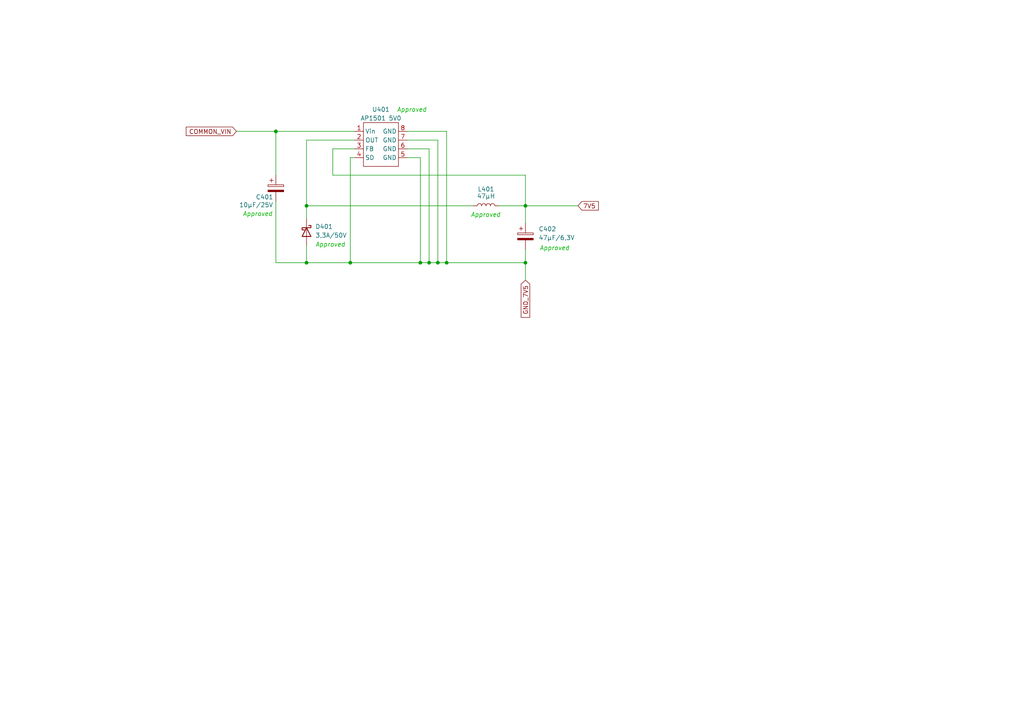
<source format=kicad_sch>
(kicad_sch (version 20250114) (generator "eeschema") (generator_version "9.0")
  (paper "A4")
  (lib_symbols
    (symbol "Code99_VREG:AP1509"
      (property "Reference" "U" (at 0 7.874 0))
      (symbol "AP1509_0_1"
        (rectangle (start -5.08 6.35) (end 5.08 -6.35))
      )
      (symbol "AP1509_1_1"
        (pin input line (at -7.62 3.81 0) (length 2.54) (name "Vin") (number "1"))
        (pin output line (at -7.62 1.27 0) (length 2.54) (name "OUT") (number "2"))
        (pin input line (at -7.62 -1.27 0) (length 2.54) (name "FB") (number "3"))
        (pin input line (at -7.62 -3.81 0) (length 2.54) (name "SD") (number "4"))
        (pin passive line (at 7.62 3.81 180) (length 2.54) (name "GND") (number "8"))
        (pin passive line (at 7.62 1.27 180) (length 2.54) (name "GND") (number "7"))
        (pin passive line (at 7.62 -1.27 180) (length 2.54) (name "GND") (number "6"))
        (pin passive line (at 7.62 -3.81 180) (length 2.54) (name "GND") (number "5"))
      )
    )
    (symbol "Device:C_Polarized" (pin_numbers (hide yes)) (pin_names (offset 0.254))
      (property "Reference" "C" (at 0.635 2.54 0))
      (property "Value" "C_Polarized" (at 0.635 -2.54 0))
      (symbol "C_Polarized_0_1"
        (rectangle (start -2.286 0.508) (end 2.286 1.016))
        (polyline (pts (xy -1.778 2.286) (xy -0.762 2.286)))
        (polyline (pts (xy -1.27 2.794) (xy -1.27 1.778)))
        (rectangle (start 2.286 -0.508) (end -2.286 -1.016) (fill (type outline)))
      )
      (symbol "C_Polarized_1_1"
        (pin passive line (at 0 3.81 270) (length 2.794) (name "~") (number "1"))
        (pin passive line (at 0 -3.81 90) (length 2.794) (name "~") (number "2"))
      )
    )
    (symbol "Device:D_Schottky" (pin_numbers (hide yes)) (pin_names (offset 1.016) (hide yes))
      (property "Reference" "D" (at 0 2.54 0))
      (property "Value" "D_Schottky" (at 0 -2.54 0))
      (symbol "D_Schottky_0_1"
        (polyline (pts (xy -1.905 0.635) (xy -1.905 1.27) (xy -1.27 1.27) (xy -1.27 -1.27) (xy -0.635 -1.27) (xy -0.635 -0.635)) (stroke (width 0.254)))
        (polyline (pts (xy 1.27 1.27) (xy 1.27 -1.27) (xy -1.27 0) (xy 1.27 1.27)) (stroke (width 0.254)))
        (polyline (pts (xy 1.27 0) (xy -1.27 0)))
      )
      (symbol "D_Schottky_1_1"
        (pin passive line (at -3.81 0 0) (length 2.54) (name "K") (number "1"))
        (pin passive line (at 3.81 0 180) (length 2.54) (name "A") (number "2"))
      )
    )
    (symbol "Device:L" (pin_numbers (hide yes)) (pin_names (offset 1.016) (hide yes))
      (property "Reference" "L" (at -1.27 0 90))
      (property "Value" "L" (at 1.905 0 90))
      (symbol "L_0_1"
        (arc (start 0 2.54) (mid 0.6323 1.905) (end 0 1.27))
        (arc (start 0 1.27) (mid 0.6323 0.635) (end 0 0))
        (arc (start 0 0) (mid 0.6323 -0.635) (end 0 -1.27))
        (arc (start 0 -1.27) (mid 0.6323 -1.905) (end 0 -2.54))
      )
      (symbol "L_1_1"
        (pin passive line (at 0 3.81 270) (length 1.27) (name "1") (number "1"))
        (pin passive line (at 0 -3.81 90) (length 1.27) (name "2") (number "2"))
      )
    )
  )
  (junction (at 88.9 59.69))
  (junction (at 124.46 76.2))
  (junction (at 129.54 76.2))
  (junction (at 121.92 76.2))
  (junction (at 152.4 76.2))
  (junction (at 80.01 38.1))
  (junction (at 88.9 76.2))
  (junction (at 127 76.2))
  (junction (at 101.6 76.2))
  (junction (at 152.4 59.69))
  (wire (pts (xy 127 40.64) (xy 127 76.2)))
  (wire (pts (xy 68.58 38.1) (xy 80.01 38.1)))
  (wire (pts (xy 152.4 76.2) (xy 152.4 81.28)))
  (wire (pts (xy 88.9 76.2) (xy 101.6 76.2)))
  (wire (pts (xy 101.6 45.72) (xy 101.6 76.2)))
  (wire (pts (xy 144.78 59.69) (xy 152.4 59.69)))
  (wire (pts (xy 88.9 59.69) (xy 88.9 63.5)))
  (wire (pts (xy 152.4 72.39) (xy 152.4 76.2)))
  (wire (pts (xy 118.11 43.18) (xy 124.46 43.18)))
  (wire (pts (xy 121.92 76.2) (xy 124.46 76.2)))
  (wire (pts (xy 129.54 38.1) (xy 129.54 76.2)))
  (wire (pts (xy 102.87 45.72) (xy 101.6 45.72)))
  (wire (pts (xy 96.52 50.8) (xy 152.4 50.8)))
  (wire (pts (xy 101.6 76.2) (xy 121.92 76.2)))
  (wire (pts (xy 152.4 50.8) (xy 152.4 59.69)))
  (wire (pts (xy 102.87 43.18) (xy 96.52 43.18)))
  (wire (pts (xy 80.01 58.42) (xy 80.01 76.2)))
  (wire (pts (xy 80.01 76.2) (xy 88.9 76.2)))
  (wire (pts (xy 127 76.2) (xy 129.54 76.2)))
  (wire (pts (xy 80.01 38.1) (xy 102.87 38.1)))
  (wire (pts (xy 124.46 43.18) (xy 124.46 76.2)))
  (wire (pts (xy 96.52 43.18) (xy 96.52 50.8)))
  (wire (pts (xy 124.46 76.2) (xy 127 76.2)))
  (wire (pts (xy 88.9 71.12) (xy 88.9 76.2)))
  (wire (pts (xy 118.11 40.64) (xy 127 40.64)))
  (wire (pts (xy 118.11 45.72) (xy 121.92 45.72)))
  (wire (pts (xy 152.4 59.69) (xy 167.64 59.69)))
  (wire (pts (xy 88.9 40.64) (xy 88.9 59.69)))
  (wire (pts (xy 88.9 59.69) (xy 137.16 59.69)))
  (wire (pts (xy 129.54 76.2) (xy 152.4 76.2)))
  (wire (pts (xy 121.92 45.72) (xy 121.92 76.2)))
  (wire (pts (xy 118.11 38.1) (xy 129.54 38.1)))
  (wire (pts (xy 80.01 38.1) (xy 80.01 50.8)))
  (wire (pts (xy 102.87 40.64) (xy 88.9 40.64)))
  (wire (pts (xy 152.4 59.69) (xy 152.4 64.77)))
  (global_label "GND_7V5" (shape input) (at 152.4 81.28 270) (property "Intersheetrefs" "${INTERSHEET_REFS}" (effects (hide yes))))
  (global_label "7V5" (shape input) (at 167.64 59.69 0) (property "Intersheetrefs" "${INTERSHEET_REFS}" (effects (hide yes))))
  (global_label "COMMON_VIN" (shape input) (at 68.58 38.1 180) (property "Intersheetrefs" "${INTERSHEET_REFS}" (effects (hide yes))))
  (symbol (lib_id "Device:C_Polarized") (at 80.01 54.61 0) (unit 1)
    (property "Reference" "C401" (at 74.168 57.15 0) (effects (justify left)))
    (property "Value" "10µF/25V" (at 69.342 59.436 0) (effects (justify left)))
    (property "Footprint" "Capacitor_SMD:CP_Elec_6.3x5.9" (effects (hide yes)))
    (property "Description" "Polarized capacitor" (effects (hide yes)))
    (property "Mouser" "667-EEE-1EA100NP " (effects (hide yes)))
    (property "Panasonic" "EEE-1EA100NP" (effects (hide yes)))
    (property "Approved" "Approved" (at 74.676 61.976 0) (effects (font (italic yes))))
  )
  (symbol (lib_id "Code99_VREG:AP1509") (at 110.49 41.91 0) (unit 1)
    (property "Reference" "U401" (at 110.49 31.75 0))
    (property "Value" "AP1501 5V0" (at 110.49 34.29 0))
    (property "Footprint" "Package_SO:SOIC-8_5.3x5.3mm_P1.27mm" (effects (hide yes)))
    (property "Mouser" "621-AP1509-50SG-13 " (effects (hide yes)))
    (property "Diodes Incorporated" "AP1509-50SG-13" (effects (hide yes)))
    (property "Approved" "Approved" (at 119.38 31.75 0) (effects (font (italic yes))))
  )
  (symbol (lib_id "Device:L") (at 140.97 59.69 90) (unit 1)
    (property "Reference" "L401" (at 140.97 54.864 90))
    (property "Value" "47µH" (at 140.97 56.896 90))
    (property "Footprint" "Inductor_THT:L_Radial_D10.5mm_P4.00x5.00mm_Murata_1200RS" (effects (hide yes)))
    (property "Description" "Inductor" (effects (hide yes)))
    (property "Mouser" "851-RCR110DNP-470L" (effects (hide yes)))
    (property "Sumida" "RCR110DNP-470L" (effects (hide yes)))
    (property "Approved" "Approved" (at 140.97 62.23 90) (effects (font (italic yes))))
  )
  (symbol (lib_id "Device:C_Polarized") (at 152.4 68.58 0) (unit 1)
    (property "Reference" "C402" (at 156.21 66.4209 0) (effects (justify left)))
    (property "Value" "47µF/6,3V" (at 156.21 68.9609 0) (effects (justify left)))
    (property "Footprint" "Capacitor_SMD:CP_Elec_5x5.7" (effects (hide yes)))
    (property "Description" "Polarized capacitor" (effects (hide yes)))
    (property "Mouser" "667-EEE-FC0J470R " (effects (hide yes)))
    (property "Panasonic" "EEE-FC0J470R" (effects (hide yes)))
    (property "Approved" "Approved" (at 160.782 71.882 0) (effects (font (italic yes))))
  )
  (symbol (lib_id "Device:D_Schottky") (at 88.9 67.31 270) (unit 1)
    (property "Reference" "D401" (at 91.44 65.7224 90) (effects (justify left)))
    (property "Value" "3,3A/50V" (at 91.44 68.2624 90) (effects (justify left)))
    (property "Footprint" "Diode_SMD:Vishay_SMPA" (effects (hide yes)))
    (property "Description" "Schottky diode" (effects (hide yes)))
    (property "Mouser" "78-VSSAF3N50-M36A" (effects (hide yes)))
    (property "Vishay" " VSSAF3N50-M3/6A " (effects (hide yes)))
    (property "Approved" "Approved" (at 95.758 70.866 90) (effects (font (italic yes))))
  )
)
</source>
